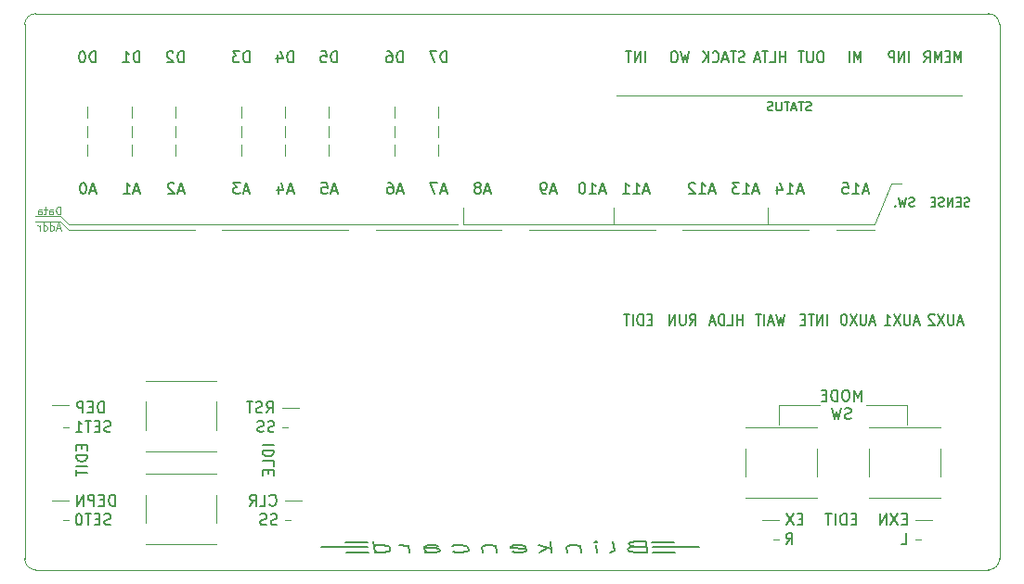
<source format=gbr>
G04 #@! TF.GenerationSoftware,KiCad,Pcbnew,5.1.4-3.fc30*
G04 #@! TF.CreationDate,2019-11-18T01:19:32-06:00*
G04 #@! TF.ProjectId,blinkencard,626c696e-6b65-46e6-9361-72642e6b6963,rev?*
G04 #@! TF.SameCoordinates,Original*
G04 #@! TF.FileFunction,Legend,Bot*
G04 #@! TF.FilePolarity,Positive*
%FSLAX46Y46*%
G04 Gerber Fmt 4.6, Leading zero omitted, Abs format (unit mm)*
G04 Created by KiCad (PCBNEW 5.1.4-3.fc30) date 2019-11-18 01:19:32*
%MOMM*%
%LPD*%
G04 APERTURE LIST*
%ADD10C,0.150000*%
%ADD11C,0.120000*%
%ADD12C,0.050000*%
%ADD13C,0.125000*%
%ADD14O,2.800000X2.200000*%
%ADD15O,1.600000X2.300000*%
%ADD16C,1.850000*%
%ADD17R,1.950000X1.700000*%
G04 APERTURE END LIST*
D10*
X57250000Y-48700000D02*
X61500000Y-48700000D01*
X57200000Y-48250000D02*
X59200000Y-48250000D01*
X57300000Y-49200000D02*
X59300000Y-49200000D01*
X31350000Y-49200000D02*
X29350000Y-49200000D01*
X31250000Y-48250000D02*
X29250000Y-48250000D01*
X31300000Y-48750000D02*
X27050000Y-48750000D01*
X55713080Y-48678571D02*
X55290461Y-48726190D01*
X55153556Y-48773809D01*
X55022604Y-48869047D01*
X55040461Y-49011904D01*
X55195223Y-49107142D01*
X55344032Y-49154761D01*
X55635699Y-49202380D01*
X56778556Y-49202380D01*
X56653556Y-48202380D01*
X55653556Y-48202380D01*
X55373794Y-48250000D01*
X55236889Y-48297619D01*
X55105937Y-48392857D01*
X55117842Y-48488095D01*
X55272604Y-48583333D01*
X55421413Y-48630952D01*
X55713080Y-48678571D01*
X56713080Y-48678571D01*
X53349985Y-49202380D02*
X53629747Y-49154761D01*
X53760699Y-49059523D01*
X53653556Y-48202380D01*
X52207127Y-49202380D02*
X52123794Y-48535714D01*
X52082127Y-48202380D02*
X52230937Y-48250000D01*
X52094032Y-48297619D01*
X51945223Y-48250000D01*
X52082127Y-48202380D01*
X52094032Y-48297619D01*
X50695223Y-48535714D02*
X50778556Y-49202380D01*
X50707127Y-48630952D02*
X50558318Y-48583333D01*
X50266651Y-48535714D01*
X49838080Y-48535714D01*
X49558318Y-48583333D01*
X49427366Y-48678571D01*
X49492842Y-49202380D01*
X48064270Y-49202380D02*
X47939270Y-48202380D01*
X47730937Y-48821428D02*
X46921413Y-49202380D01*
X46838080Y-48535714D02*
X48028556Y-48916666D01*
X44486889Y-49154761D02*
X44778556Y-49202380D01*
X45349985Y-49202380D01*
X45629747Y-49154761D01*
X45760699Y-49059523D01*
X45713080Y-48678571D01*
X45558318Y-48583333D01*
X45266651Y-48535714D01*
X44695223Y-48535714D01*
X44415461Y-48583333D01*
X44284508Y-48678571D01*
X44296413Y-48773809D01*
X45736889Y-48869047D01*
X42980937Y-48535714D02*
X43064270Y-49202380D01*
X42992842Y-48630952D02*
X42844032Y-48583333D01*
X42552366Y-48535714D01*
X42123794Y-48535714D01*
X41844032Y-48583333D01*
X41713080Y-48678571D01*
X41778556Y-49202380D01*
X39058318Y-49154761D02*
X39349985Y-49202380D01*
X39921413Y-49202380D01*
X40201175Y-49154761D01*
X40338080Y-49107142D01*
X40469032Y-49011904D01*
X40433318Y-48726190D01*
X40278556Y-48630952D01*
X40129747Y-48583333D01*
X39838080Y-48535714D01*
X39266651Y-48535714D01*
X38986889Y-48583333D01*
X36492842Y-49202380D02*
X36427366Y-48678571D01*
X36558318Y-48583333D01*
X36838080Y-48535714D01*
X37409508Y-48535714D01*
X37701175Y-48583333D01*
X36486889Y-49154761D02*
X36778556Y-49202380D01*
X37492842Y-49202380D01*
X37772604Y-49154761D01*
X37903556Y-49059523D01*
X37891651Y-48964285D01*
X37736889Y-48869047D01*
X37445223Y-48821428D01*
X36730937Y-48821428D01*
X36439270Y-48773809D01*
X35064270Y-49202380D02*
X34980937Y-48535714D01*
X35004747Y-48726190D02*
X34849985Y-48630952D01*
X34701175Y-48583333D01*
X34409508Y-48535714D01*
X34123794Y-48535714D01*
X31921413Y-49202380D02*
X31796413Y-48202380D01*
X31915461Y-49154761D02*
X32207127Y-49202380D01*
X32778556Y-49202380D01*
X33058318Y-49154761D01*
X33195223Y-49107142D01*
X33326175Y-49011904D01*
X33290461Y-48726190D01*
X33135699Y-48630952D01*
X32986889Y-48583333D01*
X32695223Y-48535714D01*
X32123794Y-48535714D01*
X31844032Y-48583333D01*
D11*
X1250000Y-19000000D02*
X1000000Y-19000000D01*
X1250000Y-18500000D02*
X1000000Y-18500000D01*
D10*
X57200000Y-27928571D02*
X56900000Y-27928571D01*
X56771428Y-28452380D02*
X57200000Y-28452380D01*
X57200000Y-27452380D01*
X56771428Y-27452380D01*
X56385714Y-28452380D02*
X56385714Y-27452380D01*
X56171428Y-27452380D01*
X56042857Y-27500000D01*
X55957142Y-27595238D01*
X55914285Y-27690476D01*
X55871428Y-27880952D01*
X55871428Y-28023809D01*
X55914285Y-28214285D01*
X55957142Y-28309523D01*
X56042857Y-28404761D01*
X56171428Y-28452380D01*
X56385714Y-28452380D01*
X55485714Y-28452380D02*
X55485714Y-27452380D01*
X55185714Y-27452380D02*
X54671428Y-27452380D01*
X54928571Y-28452380D02*
X54928571Y-27452380D01*
X60664285Y-28452380D02*
X60964285Y-27976190D01*
X61178571Y-28452380D02*
X61178571Y-27452380D01*
X60835714Y-27452380D01*
X60750000Y-27500000D01*
X60707142Y-27547619D01*
X60664285Y-27642857D01*
X60664285Y-27785714D01*
X60707142Y-27880952D01*
X60750000Y-27928571D01*
X60835714Y-27976190D01*
X61178571Y-27976190D01*
X60278571Y-27452380D02*
X60278571Y-28261904D01*
X60235714Y-28357142D01*
X60192857Y-28404761D01*
X60107142Y-28452380D01*
X59935714Y-28452380D01*
X59850000Y-28404761D01*
X59807142Y-28357142D01*
X59764285Y-28261904D01*
X59764285Y-27452380D01*
X59335714Y-28452380D02*
X59335714Y-27452380D01*
X58821428Y-28452380D01*
X58821428Y-27452380D01*
X65457142Y-28452380D02*
X65457142Y-27452380D01*
X65457142Y-27928571D02*
X64942857Y-27928571D01*
X64942857Y-28452380D02*
X64942857Y-27452380D01*
X64085714Y-28452380D02*
X64514285Y-28452380D01*
X64514285Y-27452380D01*
X63785714Y-28452380D02*
X63785714Y-27452380D01*
X63571428Y-27452380D01*
X63442857Y-27500000D01*
X63357142Y-27595238D01*
X63314285Y-27690476D01*
X63271428Y-27880952D01*
X63271428Y-28023809D01*
X63314285Y-28214285D01*
X63357142Y-28309523D01*
X63442857Y-28404761D01*
X63571428Y-28452380D01*
X63785714Y-28452380D01*
X62928571Y-28166666D02*
X62500000Y-28166666D01*
X63014285Y-28452380D02*
X62714285Y-27452380D01*
X62414285Y-28452380D01*
X69328571Y-27452380D02*
X69114285Y-28452380D01*
X68942857Y-27738095D01*
X68771428Y-28452380D01*
X68557142Y-27452380D01*
X68257142Y-28166666D02*
X67828571Y-28166666D01*
X68342857Y-28452380D02*
X68042857Y-27452380D01*
X67742857Y-28452380D01*
X67442857Y-28452380D02*
X67442857Y-27452380D01*
X67142857Y-27452380D02*
X66628571Y-27452380D01*
X66885714Y-28452380D02*
X66885714Y-27452380D01*
X73221428Y-28452380D02*
X73221428Y-27452380D01*
X72792857Y-28452380D02*
X72792857Y-27452380D01*
X72278571Y-28452380D01*
X72278571Y-27452380D01*
X71978571Y-27452380D02*
X71464285Y-27452380D01*
X71721428Y-28452380D02*
X71721428Y-27452380D01*
X71164285Y-27928571D02*
X70864285Y-27928571D01*
X70735714Y-28452380D02*
X71164285Y-28452380D01*
X71164285Y-27452380D01*
X70735714Y-27452380D01*
X77542857Y-28166666D02*
X77114285Y-28166666D01*
X77628571Y-28452380D02*
X77328571Y-27452380D01*
X77028571Y-28452380D01*
X76728571Y-27452380D02*
X76728571Y-28261904D01*
X76685714Y-28357142D01*
X76642857Y-28404761D01*
X76557142Y-28452380D01*
X76385714Y-28452380D01*
X76300000Y-28404761D01*
X76257142Y-28357142D01*
X76214285Y-28261904D01*
X76214285Y-27452380D01*
X75871428Y-27452380D02*
X75271428Y-28452380D01*
X75271428Y-27452380D02*
X75871428Y-28452380D01*
X74757142Y-27452380D02*
X74671428Y-27452380D01*
X74585714Y-27500000D01*
X74542857Y-27547619D01*
X74500000Y-27642857D01*
X74457142Y-27833333D01*
X74457142Y-28071428D01*
X74500000Y-28261904D01*
X74542857Y-28357142D01*
X74585714Y-28404761D01*
X74671428Y-28452380D01*
X74757142Y-28452380D01*
X74842857Y-28404761D01*
X74885714Y-28357142D01*
X74928571Y-28261904D01*
X74971428Y-28071428D01*
X74971428Y-27833333D01*
X74928571Y-27642857D01*
X74885714Y-27547619D01*
X74842857Y-27500000D01*
X74757142Y-27452380D01*
X81542857Y-28166666D02*
X81114285Y-28166666D01*
X81628571Y-28452380D02*
X81328571Y-27452380D01*
X81028571Y-28452380D01*
X80728571Y-27452380D02*
X80728571Y-28261904D01*
X80685714Y-28357142D01*
X80642857Y-28404761D01*
X80557142Y-28452380D01*
X80385714Y-28452380D01*
X80300000Y-28404761D01*
X80257142Y-28357142D01*
X80214285Y-28261904D01*
X80214285Y-27452380D01*
X79871428Y-27452380D02*
X79271428Y-28452380D01*
X79271428Y-27452380D02*
X79871428Y-28452380D01*
X78457142Y-28452380D02*
X78971428Y-28452380D01*
X78714285Y-28452380D02*
X78714285Y-27452380D01*
X78800000Y-27595238D01*
X78885714Y-27690476D01*
X78971428Y-27738095D01*
X85542857Y-28166666D02*
X85114285Y-28166666D01*
X85628571Y-28452380D02*
X85328571Y-27452380D01*
X85028571Y-28452380D01*
X84728571Y-27452380D02*
X84728571Y-28261904D01*
X84685714Y-28357142D01*
X84642857Y-28404761D01*
X84557142Y-28452380D01*
X84385714Y-28452380D01*
X84300000Y-28404761D01*
X84257142Y-28357142D01*
X84214285Y-28261904D01*
X84214285Y-27452380D01*
X83871428Y-27452380D02*
X83271428Y-28452380D01*
X83271428Y-27452380D02*
X83871428Y-28452380D01*
X82971428Y-27547619D02*
X82928571Y-27500000D01*
X82842857Y-27452380D01*
X82628571Y-27452380D01*
X82542857Y-27500000D01*
X82500000Y-27547619D01*
X82457142Y-27642857D01*
X82457142Y-27738095D01*
X82500000Y-27880952D01*
X83014285Y-28452380D01*
X82457142Y-28452380D01*
X38488095Y-4452380D02*
X38488095Y-3452380D01*
X38250000Y-3452380D01*
X38107142Y-3500000D01*
X38011904Y-3595238D01*
X37964285Y-3690476D01*
X37916666Y-3880952D01*
X37916666Y-4023809D01*
X37964285Y-4214285D01*
X38011904Y-4309523D01*
X38107142Y-4404761D01*
X38250000Y-4452380D01*
X38488095Y-4452380D01*
X37583333Y-3452380D02*
X36916666Y-3452380D01*
X37345238Y-4452380D01*
X34488095Y-4452380D02*
X34488095Y-3452380D01*
X34250000Y-3452380D01*
X34107142Y-3500000D01*
X34011904Y-3595238D01*
X33964285Y-3690476D01*
X33916666Y-3880952D01*
X33916666Y-4023809D01*
X33964285Y-4214285D01*
X34011904Y-4309523D01*
X34107142Y-4404761D01*
X34250000Y-4452380D01*
X34488095Y-4452380D01*
X33059523Y-3452380D02*
X33250000Y-3452380D01*
X33345238Y-3500000D01*
X33392857Y-3547619D01*
X33488095Y-3690476D01*
X33535714Y-3880952D01*
X33535714Y-4261904D01*
X33488095Y-4357142D01*
X33440476Y-4404761D01*
X33345238Y-4452380D01*
X33154761Y-4452380D01*
X33059523Y-4404761D01*
X33011904Y-4357142D01*
X32964285Y-4261904D01*
X32964285Y-4023809D01*
X33011904Y-3928571D01*
X33059523Y-3880952D01*
X33154761Y-3833333D01*
X33345238Y-3833333D01*
X33440476Y-3880952D01*
X33488095Y-3928571D01*
X33535714Y-4023809D01*
X28488095Y-4452380D02*
X28488095Y-3452380D01*
X28250000Y-3452380D01*
X28107142Y-3500000D01*
X28011904Y-3595238D01*
X27964285Y-3690476D01*
X27916666Y-3880952D01*
X27916666Y-4023809D01*
X27964285Y-4214285D01*
X28011904Y-4309523D01*
X28107142Y-4404761D01*
X28250000Y-4452380D01*
X28488095Y-4452380D01*
X27011904Y-3452380D02*
X27488095Y-3452380D01*
X27535714Y-3928571D01*
X27488095Y-3880952D01*
X27392857Y-3833333D01*
X27154761Y-3833333D01*
X27059523Y-3880952D01*
X27011904Y-3928571D01*
X26964285Y-4023809D01*
X26964285Y-4261904D01*
X27011904Y-4357142D01*
X27059523Y-4404761D01*
X27154761Y-4452380D01*
X27392857Y-4452380D01*
X27488095Y-4404761D01*
X27535714Y-4357142D01*
X24488095Y-4452380D02*
X24488095Y-3452380D01*
X24250000Y-3452380D01*
X24107142Y-3500000D01*
X24011904Y-3595238D01*
X23964285Y-3690476D01*
X23916666Y-3880952D01*
X23916666Y-4023809D01*
X23964285Y-4214285D01*
X24011904Y-4309523D01*
X24107142Y-4404761D01*
X24250000Y-4452380D01*
X24488095Y-4452380D01*
X23059523Y-3785714D02*
X23059523Y-4452380D01*
X23297619Y-3404761D02*
X23535714Y-4119047D01*
X22916666Y-4119047D01*
X20488095Y-4452380D02*
X20488095Y-3452380D01*
X20250000Y-3452380D01*
X20107142Y-3500000D01*
X20011904Y-3595238D01*
X19964285Y-3690476D01*
X19916666Y-3880952D01*
X19916666Y-4023809D01*
X19964285Y-4214285D01*
X20011904Y-4309523D01*
X20107142Y-4404761D01*
X20250000Y-4452380D01*
X20488095Y-4452380D01*
X19583333Y-3452380D02*
X18964285Y-3452380D01*
X19297619Y-3833333D01*
X19154761Y-3833333D01*
X19059523Y-3880952D01*
X19011904Y-3928571D01*
X18964285Y-4023809D01*
X18964285Y-4261904D01*
X19011904Y-4357142D01*
X19059523Y-4404761D01*
X19154761Y-4452380D01*
X19440476Y-4452380D01*
X19535714Y-4404761D01*
X19583333Y-4357142D01*
X14488095Y-4452380D02*
X14488095Y-3452380D01*
X14250000Y-3452380D01*
X14107142Y-3500000D01*
X14011904Y-3595238D01*
X13964285Y-3690476D01*
X13916666Y-3880952D01*
X13916666Y-4023809D01*
X13964285Y-4214285D01*
X14011904Y-4309523D01*
X14107142Y-4404761D01*
X14250000Y-4452380D01*
X14488095Y-4452380D01*
X13535714Y-3547619D02*
X13488095Y-3500000D01*
X13392857Y-3452380D01*
X13154761Y-3452380D01*
X13059523Y-3500000D01*
X13011904Y-3547619D01*
X12964285Y-3642857D01*
X12964285Y-3738095D01*
X13011904Y-3880952D01*
X13583333Y-4452380D01*
X12964285Y-4452380D01*
X10488095Y-4452380D02*
X10488095Y-3452380D01*
X10250000Y-3452380D01*
X10107142Y-3500000D01*
X10011904Y-3595238D01*
X9964285Y-3690476D01*
X9916666Y-3880952D01*
X9916666Y-4023809D01*
X9964285Y-4214285D01*
X10011904Y-4309523D01*
X10107142Y-4404761D01*
X10250000Y-4452380D01*
X10488095Y-4452380D01*
X8964285Y-4452380D02*
X9535714Y-4452380D01*
X9250000Y-4452380D02*
X9250000Y-3452380D01*
X9345238Y-3595238D01*
X9440476Y-3690476D01*
X9535714Y-3738095D01*
X6488095Y-4452380D02*
X6488095Y-3452380D01*
X6250000Y-3452380D01*
X6107142Y-3500000D01*
X6011904Y-3595238D01*
X5964285Y-3690476D01*
X5916666Y-3880952D01*
X5916666Y-4023809D01*
X5964285Y-4214285D01*
X6011904Y-4309523D01*
X6107142Y-4404761D01*
X6250000Y-4452380D01*
X6488095Y-4452380D01*
X5297619Y-3452380D02*
X5202380Y-3452380D01*
X5107142Y-3500000D01*
X5059523Y-3547619D01*
X5011904Y-3642857D01*
X4964285Y-3833333D01*
X4964285Y-4071428D01*
X5011904Y-4261904D01*
X5059523Y-4357142D01*
X5107142Y-4404761D01*
X5202380Y-4452380D01*
X5297619Y-4452380D01*
X5392857Y-4404761D01*
X5440476Y-4357142D01*
X5488095Y-4261904D01*
X5535714Y-4071428D01*
X5535714Y-3833333D01*
X5488095Y-3642857D01*
X5440476Y-3547619D01*
X5392857Y-3500000D01*
X5297619Y-3452380D01*
X6464285Y-16166666D02*
X5988095Y-16166666D01*
X6559523Y-16452380D02*
X6226190Y-15452380D01*
X5892857Y-16452380D01*
X5369047Y-15452380D02*
X5273809Y-15452380D01*
X5178571Y-15500000D01*
X5130952Y-15547619D01*
X5083333Y-15642857D01*
X5035714Y-15833333D01*
X5035714Y-16071428D01*
X5083333Y-16261904D01*
X5130952Y-16357142D01*
X5178571Y-16404761D01*
X5273809Y-16452380D01*
X5369047Y-16452380D01*
X5464285Y-16404761D01*
X5511904Y-16357142D01*
X5559523Y-16261904D01*
X5607142Y-16071428D01*
X5607142Y-15833333D01*
X5559523Y-15642857D01*
X5511904Y-15547619D01*
X5464285Y-15500000D01*
X5369047Y-15452380D01*
X10464285Y-16166666D02*
X9988095Y-16166666D01*
X10559523Y-16452380D02*
X10226190Y-15452380D01*
X9892857Y-16452380D01*
X9035714Y-16452380D02*
X9607142Y-16452380D01*
X9321428Y-16452380D02*
X9321428Y-15452380D01*
X9416666Y-15595238D01*
X9511904Y-15690476D01*
X9607142Y-15738095D01*
X14464285Y-16166666D02*
X13988095Y-16166666D01*
X14559523Y-16452380D02*
X14226190Y-15452380D01*
X13892857Y-16452380D01*
X13607142Y-15547619D02*
X13559523Y-15500000D01*
X13464285Y-15452380D01*
X13226190Y-15452380D01*
X13130952Y-15500000D01*
X13083333Y-15547619D01*
X13035714Y-15642857D01*
X13035714Y-15738095D01*
X13083333Y-15880952D01*
X13654761Y-16452380D01*
X13035714Y-16452380D01*
X20464285Y-16166666D02*
X19988095Y-16166666D01*
X20559523Y-16452380D02*
X20226190Y-15452380D01*
X19892857Y-16452380D01*
X19654761Y-15452380D02*
X19035714Y-15452380D01*
X19369047Y-15833333D01*
X19226190Y-15833333D01*
X19130952Y-15880952D01*
X19083333Y-15928571D01*
X19035714Y-16023809D01*
X19035714Y-16261904D01*
X19083333Y-16357142D01*
X19130952Y-16404761D01*
X19226190Y-16452380D01*
X19511904Y-16452380D01*
X19607142Y-16404761D01*
X19654761Y-16357142D01*
X24464285Y-16166666D02*
X23988095Y-16166666D01*
X24559523Y-16452380D02*
X24226190Y-15452380D01*
X23892857Y-16452380D01*
X23130952Y-15785714D02*
X23130952Y-16452380D01*
X23369047Y-15404761D02*
X23607142Y-16119047D01*
X22988095Y-16119047D01*
X28464285Y-16166666D02*
X27988095Y-16166666D01*
X28559523Y-16452380D02*
X28226190Y-15452380D01*
X27892857Y-16452380D01*
X27083333Y-15452380D02*
X27559523Y-15452380D01*
X27607142Y-15928571D01*
X27559523Y-15880952D01*
X27464285Y-15833333D01*
X27226190Y-15833333D01*
X27130952Y-15880952D01*
X27083333Y-15928571D01*
X27035714Y-16023809D01*
X27035714Y-16261904D01*
X27083333Y-16357142D01*
X27130952Y-16404761D01*
X27226190Y-16452380D01*
X27464285Y-16452380D01*
X27559523Y-16404761D01*
X27607142Y-16357142D01*
X34464285Y-16166666D02*
X33988095Y-16166666D01*
X34559523Y-16452380D02*
X34226190Y-15452380D01*
X33892857Y-16452380D01*
X33130952Y-15452380D02*
X33321428Y-15452380D01*
X33416666Y-15500000D01*
X33464285Y-15547619D01*
X33559523Y-15690476D01*
X33607142Y-15880952D01*
X33607142Y-16261904D01*
X33559523Y-16357142D01*
X33511904Y-16404761D01*
X33416666Y-16452380D01*
X33226190Y-16452380D01*
X33130952Y-16404761D01*
X33083333Y-16357142D01*
X33035714Y-16261904D01*
X33035714Y-16023809D01*
X33083333Y-15928571D01*
X33130952Y-15880952D01*
X33226190Y-15833333D01*
X33416666Y-15833333D01*
X33511904Y-15880952D01*
X33559523Y-15928571D01*
X33607142Y-16023809D01*
X38464285Y-16166666D02*
X37988095Y-16166666D01*
X38559523Y-16452380D02*
X38226190Y-15452380D01*
X37892857Y-16452380D01*
X37654761Y-15452380D02*
X36988095Y-15452380D01*
X37416666Y-16452380D01*
X42464285Y-16166666D02*
X41988095Y-16166666D01*
X42559523Y-16452380D02*
X42226190Y-15452380D01*
X41892857Y-16452380D01*
X41416666Y-15880952D02*
X41511904Y-15833333D01*
X41559523Y-15785714D01*
X41607142Y-15690476D01*
X41607142Y-15642857D01*
X41559523Y-15547619D01*
X41511904Y-15500000D01*
X41416666Y-15452380D01*
X41226190Y-15452380D01*
X41130952Y-15500000D01*
X41083333Y-15547619D01*
X41035714Y-15642857D01*
X41035714Y-15690476D01*
X41083333Y-15785714D01*
X41130952Y-15833333D01*
X41226190Y-15880952D01*
X41416666Y-15880952D01*
X41511904Y-15928571D01*
X41559523Y-15976190D01*
X41607142Y-16071428D01*
X41607142Y-16261904D01*
X41559523Y-16357142D01*
X41511904Y-16404761D01*
X41416666Y-16452380D01*
X41226190Y-16452380D01*
X41130952Y-16404761D01*
X41083333Y-16357142D01*
X41035714Y-16261904D01*
X41035714Y-16071428D01*
X41083333Y-15976190D01*
X41130952Y-15928571D01*
X41226190Y-15880952D01*
X76940476Y-16166666D02*
X76464285Y-16166666D01*
X77035714Y-16452380D02*
X76702380Y-15452380D01*
X76369047Y-16452380D01*
X75511904Y-16452380D02*
X76083333Y-16452380D01*
X75797619Y-16452380D02*
X75797619Y-15452380D01*
X75892857Y-15595238D01*
X75988095Y-15690476D01*
X76083333Y-15738095D01*
X74607142Y-15452380D02*
X75083333Y-15452380D01*
X75130952Y-15928571D01*
X75083333Y-15880952D01*
X74988095Y-15833333D01*
X74750000Y-15833333D01*
X74654761Y-15880952D01*
X74607142Y-15928571D01*
X74559523Y-16023809D01*
X74559523Y-16261904D01*
X74607142Y-16357142D01*
X74654761Y-16404761D01*
X74750000Y-16452380D01*
X74988095Y-16452380D01*
X75083333Y-16404761D01*
X75130952Y-16357142D01*
X48464285Y-16166666D02*
X47988095Y-16166666D01*
X48559523Y-16452380D02*
X48226190Y-15452380D01*
X47892857Y-16452380D01*
X47511904Y-16452380D02*
X47321428Y-16452380D01*
X47226190Y-16404761D01*
X47178571Y-16357142D01*
X47083333Y-16214285D01*
X47035714Y-16023809D01*
X47035714Y-15642857D01*
X47083333Y-15547619D01*
X47130952Y-15500000D01*
X47226190Y-15452380D01*
X47416666Y-15452380D01*
X47511904Y-15500000D01*
X47559523Y-15547619D01*
X47607142Y-15642857D01*
X47607142Y-15880952D01*
X47559523Y-15976190D01*
X47511904Y-16023809D01*
X47416666Y-16071428D01*
X47226190Y-16071428D01*
X47130952Y-16023809D01*
X47083333Y-15976190D01*
X47035714Y-15880952D01*
X52940476Y-16166666D02*
X52464285Y-16166666D01*
X53035714Y-16452380D02*
X52702380Y-15452380D01*
X52369047Y-16452380D01*
X51511904Y-16452380D02*
X52083333Y-16452380D01*
X51797619Y-16452380D02*
X51797619Y-15452380D01*
X51892857Y-15595238D01*
X51988095Y-15690476D01*
X52083333Y-15738095D01*
X50892857Y-15452380D02*
X50797619Y-15452380D01*
X50702380Y-15500000D01*
X50654761Y-15547619D01*
X50607142Y-15642857D01*
X50559523Y-15833333D01*
X50559523Y-16071428D01*
X50607142Y-16261904D01*
X50654761Y-16357142D01*
X50702380Y-16404761D01*
X50797619Y-16452380D01*
X50892857Y-16452380D01*
X50988095Y-16404761D01*
X51035714Y-16357142D01*
X51083333Y-16261904D01*
X51130952Y-16071428D01*
X51130952Y-15833333D01*
X51083333Y-15642857D01*
X51035714Y-15547619D01*
X50988095Y-15500000D01*
X50892857Y-15452380D01*
X56940476Y-16166666D02*
X56464285Y-16166666D01*
X57035714Y-16452380D02*
X56702380Y-15452380D01*
X56369047Y-16452380D01*
X55511904Y-16452380D02*
X56083333Y-16452380D01*
X55797619Y-16452380D02*
X55797619Y-15452380D01*
X55892857Y-15595238D01*
X55988095Y-15690476D01*
X56083333Y-15738095D01*
X54559523Y-16452380D02*
X55130952Y-16452380D01*
X54845238Y-16452380D02*
X54845238Y-15452380D01*
X54940476Y-15595238D01*
X55035714Y-15690476D01*
X55130952Y-15738095D01*
X62940476Y-16166666D02*
X62464285Y-16166666D01*
X63035714Y-16452380D02*
X62702380Y-15452380D01*
X62369047Y-16452380D01*
X61511904Y-16452380D02*
X62083333Y-16452380D01*
X61797619Y-16452380D02*
X61797619Y-15452380D01*
X61892857Y-15595238D01*
X61988095Y-15690476D01*
X62083333Y-15738095D01*
X61130952Y-15547619D02*
X61083333Y-15500000D01*
X60988095Y-15452380D01*
X60750000Y-15452380D01*
X60654761Y-15500000D01*
X60607142Y-15547619D01*
X60559523Y-15642857D01*
X60559523Y-15738095D01*
X60607142Y-15880952D01*
X61178571Y-16452380D01*
X60559523Y-16452380D01*
X70940476Y-16166666D02*
X70464285Y-16166666D01*
X71035714Y-16452380D02*
X70702380Y-15452380D01*
X70369047Y-16452380D01*
X69511904Y-16452380D02*
X70083333Y-16452380D01*
X69797619Y-16452380D02*
X69797619Y-15452380D01*
X69892857Y-15595238D01*
X69988095Y-15690476D01*
X70083333Y-15738095D01*
X68654761Y-15785714D02*
X68654761Y-16452380D01*
X68892857Y-15404761D02*
X69130952Y-16119047D01*
X68511904Y-16119047D01*
X66940476Y-16166666D02*
X66464285Y-16166666D01*
X67035714Y-16452380D02*
X66702380Y-15452380D01*
X66369047Y-16452380D01*
X65511904Y-16452380D02*
X66083333Y-16452380D01*
X65797619Y-16452380D02*
X65797619Y-15452380D01*
X65892857Y-15595238D01*
X65988095Y-15690476D01*
X66083333Y-15738095D01*
X65178571Y-15452380D02*
X64559523Y-15452380D01*
X64892857Y-15833333D01*
X64750000Y-15833333D01*
X64654761Y-15880952D01*
X64607142Y-15928571D01*
X64559523Y-16023809D01*
X64559523Y-16261904D01*
X64607142Y-16357142D01*
X64654761Y-16404761D01*
X64750000Y-16452380D01*
X65035714Y-16452380D01*
X65130952Y-16404761D01*
X65178571Y-16357142D01*
X56564285Y-4452380D02*
X56564285Y-3452380D01*
X56135714Y-4452380D02*
X56135714Y-3452380D01*
X55621428Y-4452380D01*
X55621428Y-3452380D01*
X55321428Y-3452380D02*
X54807142Y-3452380D01*
X55064285Y-4452380D02*
X55064285Y-3452380D01*
X60607142Y-3452380D02*
X60392857Y-4452380D01*
X60221428Y-3738095D01*
X60050000Y-4452380D01*
X59835714Y-3452380D01*
X59321428Y-3452380D02*
X59150000Y-3452380D01*
X59064285Y-3500000D01*
X58978571Y-3595238D01*
X58935714Y-3785714D01*
X58935714Y-4119047D01*
X58978571Y-4309523D01*
X59064285Y-4404761D01*
X59150000Y-4452380D01*
X59321428Y-4452380D01*
X59407142Y-4404761D01*
X59492857Y-4309523D01*
X59535714Y-4119047D01*
X59535714Y-3785714D01*
X59492857Y-3595238D01*
X59407142Y-3500000D01*
X59321428Y-3452380D01*
X65635714Y-4404761D02*
X65507142Y-4452380D01*
X65292857Y-4452380D01*
X65207142Y-4404761D01*
X65164285Y-4357142D01*
X65121428Y-4261904D01*
X65121428Y-4166666D01*
X65164285Y-4071428D01*
X65207142Y-4023809D01*
X65292857Y-3976190D01*
X65464285Y-3928571D01*
X65550000Y-3880952D01*
X65592857Y-3833333D01*
X65635714Y-3738095D01*
X65635714Y-3642857D01*
X65592857Y-3547619D01*
X65550000Y-3500000D01*
X65464285Y-3452380D01*
X65250000Y-3452380D01*
X65121428Y-3500000D01*
X64864285Y-3452380D02*
X64350000Y-3452380D01*
X64607142Y-4452380D02*
X64607142Y-3452380D01*
X64092857Y-4166666D02*
X63664285Y-4166666D01*
X64178571Y-4452380D02*
X63878571Y-3452380D01*
X63578571Y-4452380D01*
X62764285Y-4357142D02*
X62807142Y-4404761D01*
X62935714Y-4452380D01*
X63021428Y-4452380D01*
X63150000Y-4404761D01*
X63235714Y-4309523D01*
X63278571Y-4214285D01*
X63321428Y-4023809D01*
X63321428Y-3880952D01*
X63278571Y-3690476D01*
X63235714Y-3595238D01*
X63150000Y-3500000D01*
X63021428Y-3452380D01*
X62935714Y-3452380D01*
X62807142Y-3500000D01*
X62764285Y-3547619D01*
X62378571Y-4452380D02*
X62378571Y-3452380D01*
X61864285Y-4452380D02*
X62250000Y-3880952D01*
X61864285Y-3452380D02*
X62378571Y-4023809D01*
X69350000Y-4452380D02*
X69350000Y-3452380D01*
X69350000Y-3928571D02*
X68835714Y-3928571D01*
X68835714Y-4452380D02*
X68835714Y-3452380D01*
X67978571Y-4452380D02*
X68407142Y-4452380D01*
X68407142Y-3452380D01*
X67807142Y-3452380D02*
X67292857Y-3452380D01*
X67550000Y-4452380D02*
X67550000Y-3452380D01*
X67035714Y-4166666D02*
X66607142Y-4166666D01*
X67121428Y-4452380D02*
X66821428Y-3452380D01*
X66521428Y-4452380D01*
X72650000Y-3452380D02*
X72478571Y-3452380D01*
X72392857Y-3500000D01*
X72307142Y-3595238D01*
X72264285Y-3785714D01*
X72264285Y-4119047D01*
X72307142Y-4309523D01*
X72392857Y-4404761D01*
X72478571Y-4452380D01*
X72650000Y-4452380D01*
X72735714Y-4404761D01*
X72821428Y-4309523D01*
X72864285Y-4119047D01*
X72864285Y-3785714D01*
X72821428Y-3595238D01*
X72735714Y-3500000D01*
X72650000Y-3452380D01*
X71878571Y-3452380D02*
X71878571Y-4261904D01*
X71835714Y-4357142D01*
X71792857Y-4404761D01*
X71707142Y-4452380D01*
X71535714Y-4452380D01*
X71450000Y-4404761D01*
X71407142Y-4357142D01*
X71364285Y-4261904D01*
X71364285Y-3452380D01*
X71064285Y-3452380D02*
X70550000Y-3452380D01*
X70807142Y-4452380D02*
X70807142Y-3452380D01*
X76264285Y-4452380D02*
X76264285Y-3452380D01*
X75964285Y-4166666D01*
X75664285Y-3452380D01*
X75664285Y-4452380D01*
X75235714Y-4452380D02*
X75235714Y-3452380D01*
X80671428Y-4452380D02*
X80671428Y-3452380D01*
X80242857Y-4452380D02*
X80242857Y-3452380D01*
X79728571Y-4452380D01*
X79728571Y-3452380D01*
X79300000Y-4452380D02*
X79300000Y-3452380D01*
X78957142Y-3452380D01*
X78871428Y-3500000D01*
X78828571Y-3547619D01*
X78785714Y-3642857D01*
X78785714Y-3785714D01*
X78828571Y-3880952D01*
X78871428Y-3928571D01*
X78957142Y-3976190D01*
X79300000Y-3976190D01*
X85421428Y-4452380D02*
X85421428Y-3452380D01*
X85121428Y-4166666D01*
X84821428Y-3452380D01*
X84821428Y-4452380D01*
X84392857Y-3928571D02*
X84092857Y-3928571D01*
X83964285Y-4452380D02*
X84392857Y-4452380D01*
X84392857Y-3452380D01*
X83964285Y-3452380D01*
X83578571Y-4452380D02*
X83578571Y-3452380D01*
X83278571Y-4166666D01*
X82978571Y-3452380D01*
X82978571Y-4452380D01*
X82035714Y-4452380D02*
X82335714Y-3976190D01*
X82550000Y-4452380D02*
X82550000Y-3452380D01*
X82207142Y-3452380D01*
X82121428Y-3500000D01*
X82078571Y-3547619D01*
X82035714Y-3642857D01*
X82035714Y-3785714D01*
X82078571Y-3880952D01*
X82121428Y-3928571D01*
X82207142Y-3976190D01*
X82550000Y-3976190D01*
D12*
X1000000Y-50800000D02*
G75*
G02X0Y-49800000I0J1000000D01*
G01*
X88900000Y-49800000D02*
G75*
G02X87900000Y-50800000I-1000000J0D01*
G01*
X87900000Y0D02*
G75*
G02X88900000Y-1000000I0J-1000000D01*
G01*
X0Y-1000000D02*
G75*
G02X1000000Y0I1000000J0D01*
G01*
D11*
X68750000Y-35750000D02*
X68750000Y-37500000D01*
X72500000Y-35750000D02*
X68750000Y-35750000D01*
X80500000Y-35750000D02*
X80500000Y-37500000D01*
X76750000Y-35750000D02*
X80500000Y-35750000D01*
D10*
X76309523Y-35377380D02*
X76309523Y-34377380D01*
X75976190Y-35091666D01*
X75642857Y-34377380D01*
X75642857Y-35377380D01*
X74976190Y-34377380D02*
X74785714Y-34377380D01*
X74690476Y-34425000D01*
X74595238Y-34520238D01*
X74547619Y-34710714D01*
X74547619Y-35044047D01*
X74595238Y-35234523D01*
X74690476Y-35329761D01*
X74785714Y-35377380D01*
X74976190Y-35377380D01*
X75071428Y-35329761D01*
X75166666Y-35234523D01*
X75214285Y-35044047D01*
X75214285Y-34710714D01*
X75166666Y-34520238D01*
X75071428Y-34425000D01*
X74976190Y-34377380D01*
X74119047Y-35377380D02*
X74119047Y-34377380D01*
X73880952Y-34377380D01*
X73738095Y-34425000D01*
X73642857Y-34520238D01*
X73595238Y-34615476D01*
X73547619Y-34805952D01*
X73547619Y-34948809D01*
X73595238Y-35139285D01*
X73642857Y-35234523D01*
X73738095Y-35329761D01*
X73880952Y-35377380D01*
X74119047Y-35377380D01*
X73119047Y-34853571D02*
X72785714Y-34853571D01*
X72642857Y-35377380D02*
X73119047Y-35377380D01*
X73119047Y-34377380D01*
X72642857Y-34377380D01*
X75357142Y-36979761D02*
X75214285Y-37027380D01*
X74976190Y-37027380D01*
X74880952Y-36979761D01*
X74833333Y-36932142D01*
X74785714Y-36836904D01*
X74785714Y-36741666D01*
X74833333Y-36646428D01*
X74880952Y-36598809D01*
X74976190Y-36551190D01*
X75166666Y-36503571D01*
X75261904Y-36455952D01*
X75309523Y-36408333D01*
X75357142Y-36313095D01*
X75357142Y-36217857D01*
X75309523Y-36122619D01*
X75261904Y-36075000D01*
X75166666Y-36027380D01*
X74928571Y-36027380D01*
X74785714Y-36075000D01*
X74452380Y-36027380D02*
X74214285Y-37027380D01*
X74023809Y-36313095D01*
X73833333Y-37027380D01*
X73595238Y-36027380D01*
X75833333Y-46178571D02*
X75500000Y-46178571D01*
X75357142Y-46702380D02*
X75833333Y-46702380D01*
X75833333Y-45702380D01*
X75357142Y-45702380D01*
X74928571Y-46702380D02*
X74928571Y-45702380D01*
X74690476Y-45702380D01*
X74547619Y-45750000D01*
X74452380Y-45845238D01*
X74404761Y-45940476D01*
X74357142Y-46130952D01*
X74357142Y-46273809D01*
X74404761Y-46464285D01*
X74452380Y-46559523D01*
X74547619Y-46654761D01*
X74690476Y-46702380D01*
X74928571Y-46702380D01*
X73928571Y-46702380D02*
X73928571Y-45702380D01*
X73595238Y-45702380D02*
X73023809Y-45702380D01*
X73309523Y-46702380D02*
X73309523Y-45702380D01*
X80464285Y-46178571D02*
X80130952Y-46178571D01*
X79988095Y-46702380D02*
X80464285Y-46702380D01*
X80464285Y-45702380D01*
X79988095Y-45702380D01*
X79654761Y-45702380D02*
X78988095Y-46702380D01*
X78988095Y-45702380D02*
X79654761Y-46702380D01*
X78607142Y-46702380D02*
X78607142Y-45702380D01*
X78035714Y-46702380D01*
X78035714Y-45702380D01*
D11*
X81250000Y-48000000D02*
X81750000Y-48000000D01*
D10*
X79940476Y-48452380D02*
X80416666Y-48452380D01*
X80416666Y-47452380D01*
D11*
X81250000Y-46250000D02*
X82750000Y-46250000D01*
D10*
X69440476Y-48452380D02*
X69773809Y-47976190D01*
X70011904Y-48452380D02*
X70011904Y-47452380D01*
X69630952Y-47452380D01*
X69535714Y-47500000D01*
X69488095Y-47547619D01*
X69440476Y-47642857D01*
X69440476Y-47785714D01*
X69488095Y-47880952D01*
X69535714Y-47928571D01*
X69630952Y-47976190D01*
X70011904Y-47976190D01*
D11*
X68250000Y-48000000D02*
X68750000Y-48000000D01*
X67250000Y-46250000D02*
X68750000Y-46250000D01*
D10*
X70940476Y-46178571D02*
X70607142Y-46178571D01*
X70464285Y-46702380D02*
X70940476Y-46702380D01*
X70940476Y-45702380D01*
X70464285Y-45702380D01*
X70130952Y-45702380D02*
X69464285Y-46702380D01*
X69464285Y-45702380D02*
X70130952Y-46702380D01*
X22702380Y-39392857D02*
X21702380Y-39392857D01*
X22702380Y-39869047D02*
X21702380Y-39869047D01*
X21702380Y-40107142D01*
X21750000Y-40250000D01*
X21845238Y-40345238D01*
X21940476Y-40392857D01*
X22130952Y-40440476D01*
X22273809Y-40440476D01*
X22464285Y-40392857D01*
X22559523Y-40345238D01*
X22654761Y-40250000D01*
X22702380Y-40107142D01*
X22702380Y-39869047D01*
X22702380Y-41345238D02*
X22702380Y-40869047D01*
X21702380Y-40869047D01*
X22178571Y-41678571D02*
X22178571Y-42011904D01*
X22702380Y-42154761D02*
X22702380Y-41678571D01*
X21702380Y-41678571D01*
X21702380Y-42154761D01*
X5178571Y-39416666D02*
X5178571Y-39750000D01*
X5702380Y-39892857D02*
X5702380Y-39416666D01*
X4702380Y-39416666D01*
X4702380Y-39892857D01*
X5702380Y-40321428D02*
X4702380Y-40321428D01*
X4702380Y-40559523D01*
X4750000Y-40702380D01*
X4845238Y-40797619D01*
X4940476Y-40845238D01*
X5130952Y-40892857D01*
X5273809Y-40892857D01*
X5464285Y-40845238D01*
X5559523Y-40797619D01*
X5654761Y-40702380D01*
X5702380Y-40559523D01*
X5702380Y-40321428D01*
X5702380Y-41321428D02*
X4702380Y-41321428D01*
X4702380Y-41654761D02*
X4702380Y-42226190D01*
X5702380Y-41940476D02*
X4702380Y-41940476D01*
X23011904Y-46654761D02*
X22869047Y-46702380D01*
X22630952Y-46702380D01*
X22535714Y-46654761D01*
X22488095Y-46607142D01*
X22440476Y-46511904D01*
X22440476Y-46416666D01*
X22488095Y-46321428D01*
X22535714Y-46273809D01*
X22630952Y-46226190D01*
X22821428Y-46178571D01*
X22916666Y-46130952D01*
X22964285Y-46083333D01*
X23011904Y-45988095D01*
X23011904Y-45892857D01*
X22964285Y-45797619D01*
X22916666Y-45750000D01*
X22821428Y-45702380D01*
X22583333Y-45702380D01*
X22440476Y-45750000D01*
X22059523Y-46654761D02*
X21916666Y-46702380D01*
X21678571Y-46702380D01*
X21583333Y-46654761D01*
X21535714Y-46607142D01*
X21488095Y-46511904D01*
X21488095Y-46416666D01*
X21535714Y-46321428D01*
X21583333Y-46273809D01*
X21678571Y-46226190D01*
X21869047Y-46178571D01*
X21964285Y-46130952D01*
X22011904Y-46083333D01*
X22059523Y-45988095D01*
X22059523Y-45892857D01*
X22011904Y-45797619D01*
X21964285Y-45750000D01*
X21869047Y-45702380D01*
X21630952Y-45702380D01*
X21488095Y-45750000D01*
X22345238Y-44857142D02*
X22392857Y-44904761D01*
X22535714Y-44952380D01*
X22630952Y-44952380D01*
X22773809Y-44904761D01*
X22869047Y-44809523D01*
X22916666Y-44714285D01*
X22964285Y-44523809D01*
X22964285Y-44380952D01*
X22916666Y-44190476D01*
X22869047Y-44095238D01*
X22773809Y-44000000D01*
X22630952Y-43952380D01*
X22535714Y-43952380D01*
X22392857Y-44000000D01*
X22345238Y-44047619D01*
X21440476Y-44952380D02*
X21916666Y-44952380D01*
X21916666Y-43952380D01*
X20535714Y-44952380D02*
X20869047Y-44476190D01*
X21107142Y-44952380D02*
X21107142Y-43952380D01*
X20726190Y-43952380D01*
X20630952Y-44000000D01*
X20583333Y-44047619D01*
X20535714Y-44142857D01*
X20535714Y-44285714D01*
X20583333Y-44380952D01*
X20630952Y-44428571D01*
X20726190Y-44476190D01*
X21107142Y-44476190D01*
X7845238Y-46654761D02*
X7702380Y-46702380D01*
X7464285Y-46702380D01*
X7369047Y-46654761D01*
X7321428Y-46607142D01*
X7273809Y-46511904D01*
X7273809Y-46416666D01*
X7321428Y-46321428D01*
X7369047Y-46273809D01*
X7464285Y-46226190D01*
X7654761Y-46178571D01*
X7750000Y-46130952D01*
X7797619Y-46083333D01*
X7845238Y-45988095D01*
X7845238Y-45892857D01*
X7797619Y-45797619D01*
X7750000Y-45750000D01*
X7654761Y-45702380D01*
X7416666Y-45702380D01*
X7273809Y-45750000D01*
X6845238Y-46178571D02*
X6511904Y-46178571D01*
X6369047Y-46702380D02*
X6845238Y-46702380D01*
X6845238Y-45702380D01*
X6369047Y-45702380D01*
X6083333Y-45702380D02*
X5511904Y-45702380D01*
X5797619Y-46702380D02*
X5797619Y-45702380D01*
X4988095Y-45702380D02*
X4892857Y-45702380D01*
X4797619Y-45750000D01*
X4750000Y-45797619D01*
X4702380Y-45892857D01*
X4654761Y-46083333D01*
X4654761Y-46321428D01*
X4702380Y-46511904D01*
X4750000Y-46607142D01*
X4797619Y-46654761D01*
X4892857Y-46702380D01*
X4988095Y-46702380D01*
X5083333Y-46654761D01*
X5130952Y-46607142D01*
X5178571Y-46511904D01*
X5226190Y-46321428D01*
X5226190Y-46083333D01*
X5178571Y-45892857D01*
X5130952Y-45797619D01*
X5083333Y-45750000D01*
X4988095Y-45702380D01*
D11*
X23750000Y-46250000D02*
X24250000Y-46250000D01*
X3500000Y-46250000D02*
X4000000Y-46250000D01*
X2500000Y-44500000D02*
X4000000Y-44500000D01*
X23750000Y-44500000D02*
X25250000Y-44500000D01*
D10*
X8238095Y-44952380D02*
X8238095Y-43952380D01*
X8000000Y-43952380D01*
X7857142Y-44000000D01*
X7761904Y-44095238D01*
X7714285Y-44190476D01*
X7666666Y-44380952D01*
X7666666Y-44523809D01*
X7714285Y-44714285D01*
X7761904Y-44809523D01*
X7857142Y-44904761D01*
X8000000Y-44952380D01*
X8238095Y-44952380D01*
X7238095Y-44428571D02*
X6904761Y-44428571D01*
X6761904Y-44952380D02*
X7238095Y-44952380D01*
X7238095Y-43952380D01*
X6761904Y-43952380D01*
X6333333Y-44952380D02*
X6333333Y-43952380D01*
X5952380Y-43952380D01*
X5857142Y-44000000D01*
X5809523Y-44047619D01*
X5761904Y-44142857D01*
X5761904Y-44285714D01*
X5809523Y-44380952D01*
X5857142Y-44428571D01*
X5952380Y-44476190D01*
X6333333Y-44476190D01*
X5333333Y-44952380D02*
X5333333Y-43952380D01*
X4761904Y-44952380D01*
X4761904Y-43952380D01*
X22761904Y-38154761D02*
X22619047Y-38202380D01*
X22380952Y-38202380D01*
X22285714Y-38154761D01*
X22238095Y-38107142D01*
X22190476Y-38011904D01*
X22190476Y-37916666D01*
X22238095Y-37821428D01*
X22285714Y-37773809D01*
X22380952Y-37726190D01*
X22571428Y-37678571D01*
X22666666Y-37630952D01*
X22714285Y-37583333D01*
X22761904Y-37488095D01*
X22761904Y-37392857D01*
X22714285Y-37297619D01*
X22666666Y-37250000D01*
X22571428Y-37202380D01*
X22333333Y-37202380D01*
X22190476Y-37250000D01*
X21809523Y-38154761D02*
X21666666Y-38202380D01*
X21428571Y-38202380D01*
X21333333Y-38154761D01*
X21285714Y-38107142D01*
X21238095Y-38011904D01*
X21238095Y-37916666D01*
X21285714Y-37821428D01*
X21333333Y-37773809D01*
X21428571Y-37726190D01*
X21619047Y-37678571D01*
X21714285Y-37630952D01*
X21761904Y-37583333D01*
X21809523Y-37488095D01*
X21809523Y-37392857D01*
X21761904Y-37297619D01*
X21714285Y-37250000D01*
X21619047Y-37202380D01*
X21380952Y-37202380D01*
X21238095Y-37250000D01*
D11*
X23500000Y-37750000D02*
X24000000Y-37750000D01*
X25000000Y-36000000D02*
X23500000Y-36000000D01*
D10*
X22047619Y-36452380D02*
X22380952Y-35976190D01*
X22619047Y-36452380D02*
X22619047Y-35452380D01*
X22238095Y-35452380D01*
X22142857Y-35500000D01*
X22095238Y-35547619D01*
X22047619Y-35642857D01*
X22047619Y-35785714D01*
X22095238Y-35880952D01*
X22142857Y-35928571D01*
X22238095Y-35976190D01*
X22619047Y-35976190D01*
X21666666Y-36404761D02*
X21523809Y-36452380D01*
X21285714Y-36452380D01*
X21190476Y-36404761D01*
X21142857Y-36357142D01*
X21095238Y-36261904D01*
X21095238Y-36166666D01*
X21142857Y-36071428D01*
X21190476Y-36023809D01*
X21285714Y-35976190D01*
X21476190Y-35928571D01*
X21571428Y-35880952D01*
X21619047Y-35833333D01*
X21666666Y-35738095D01*
X21666666Y-35642857D01*
X21619047Y-35547619D01*
X21571428Y-35500000D01*
X21476190Y-35452380D01*
X21238095Y-35452380D01*
X21095238Y-35500000D01*
X20809523Y-35452380D02*
X20238095Y-35452380D01*
X20523809Y-36452380D02*
X20523809Y-35452380D01*
D11*
X3500000Y-37750000D02*
X4000000Y-37750000D01*
X2500000Y-35750000D02*
X4000000Y-35750000D01*
D10*
X7845238Y-38154761D02*
X7702380Y-38202380D01*
X7464285Y-38202380D01*
X7369047Y-38154761D01*
X7321428Y-38107142D01*
X7273809Y-38011904D01*
X7273809Y-37916666D01*
X7321428Y-37821428D01*
X7369047Y-37773809D01*
X7464285Y-37726190D01*
X7654761Y-37678571D01*
X7750000Y-37630952D01*
X7797619Y-37583333D01*
X7845238Y-37488095D01*
X7845238Y-37392857D01*
X7797619Y-37297619D01*
X7750000Y-37250000D01*
X7654761Y-37202380D01*
X7416666Y-37202380D01*
X7273809Y-37250000D01*
X6845238Y-37678571D02*
X6511904Y-37678571D01*
X6369047Y-38202380D02*
X6845238Y-38202380D01*
X6845238Y-37202380D01*
X6369047Y-37202380D01*
X6083333Y-37202380D02*
X5511904Y-37202380D01*
X5797619Y-38202380D02*
X5797619Y-37202380D01*
X4654761Y-38202380D02*
X5226190Y-38202380D01*
X4940476Y-38202380D02*
X4940476Y-37202380D01*
X5035714Y-37345238D01*
X5130952Y-37440476D01*
X5226190Y-37488095D01*
X7214285Y-36452380D02*
X7214285Y-35452380D01*
X6976190Y-35452380D01*
X6833333Y-35500000D01*
X6738095Y-35595238D01*
X6690476Y-35690476D01*
X6642857Y-35880952D01*
X6642857Y-36023809D01*
X6690476Y-36214285D01*
X6738095Y-36309523D01*
X6833333Y-36404761D01*
X6976190Y-36452380D01*
X7214285Y-36452380D01*
X6214285Y-35928571D02*
X5880952Y-35928571D01*
X5738095Y-36452380D02*
X6214285Y-36452380D01*
X6214285Y-35452380D01*
X5738095Y-35452380D01*
X5309523Y-36452380D02*
X5309523Y-35452380D01*
X4928571Y-35452380D01*
X4833333Y-35500000D01*
X4785714Y-35547619D01*
X4738095Y-35642857D01*
X4738095Y-35785714D01*
X4785714Y-35880952D01*
X4833333Y-35928571D01*
X4928571Y-35976190D01*
X5309523Y-35976190D01*
D13*
X3266666Y-19616666D02*
X2933333Y-19616666D01*
X3333333Y-19816666D02*
X3100000Y-19116666D01*
X2866666Y-19816666D01*
X2333333Y-19816666D02*
X2333333Y-19116666D01*
X2333333Y-19783333D02*
X2400000Y-19816666D01*
X2533333Y-19816666D01*
X2600000Y-19783333D01*
X2633333Y-19750000D01*
X2666666Y-19683333D01*
X2666666Y-19483333D01*
X2633333Y-19416666D01*
X2600000Y-19383333D01*
X2533333Y-19350000D01*
X2400000Y-19350000D01*
X2333333Y-19383333D01*
X1700000Y-19816666D02*
X1700000Y-19116666D01*
X1700000Y-19783333D02*
X1766666Y-19816666D01*
X1900000Y-19816666D01*
X1966666Y-19783333D01*
X2000000Y-19750000D01*
X2033333Y-19683333D01*
X2033333Y-19483333D01*
X2000000Y-19416666D01*
X1966666Y-19383333D01*
X1900000Y-19350000D01*
X1766666Y-19350000D01*
X1700000Y-19383333D01*
X1366666Y-19816666D02*
X1366666Y-19350000D01*
X1366666Y-19483333D02*
X1333333Y-19416666D01*
X1300000Y-19383333D01*
X1233333Y-19350000D01*
X1166666Y-19350000D01*
X3266666Y-18316666D02*
X3266666Y-17616666D01*
X3100000Y-17616666D01*
X3000000Y-17650000D01*
X2933333Y-17716666D01*
X2900000Y-17783333D01*
X2866666Y-17916666D01*
X2866666Y-18016666D01*
X2900000Y-18150000D01*
X2933333Y-18216666D01*
X3000000Y-18283333D01*
X3100000Y-18316666D01*
X3266666Y-18316666D01*
X2266666Y-18316666D02*
X2266666Y-17950000D01*
X2300000Y-17883333D01*
X2366666Y-17850000D01*
X2500000Y-17850000D01*
X2566666Y-17883333D01*
X2266666Y-18283333D02*
X2333333Y-18316666D01*
X2500000Y-18316666D01*
X2566666Y-18283333D01*
X2600000Y-18216666D01*
X2600000Y-18150000D01*
X2566666Y-18083333D01*
X2500000Y-18050000D01*
X2333333Y-18050000D01*
X2266666Y-18016666D01*
X2033333Y-17850000D02*
X1766666Y-17850000D01*
X1933333Y-17616666D02*
X1933333Y-18216666D01*
X1900000Y-18283333D01*
X1833333Y-18316666D01*
X1766666Y-18316666D01*
X1233333Y-18316666D02*
X1233333Y-17950000D01*
X1266666Y-17883333D01*
X1333333Y-17850000D01*
X1466666Y-17850000D01*
X1533333Y-17883333D01*
X1233333Y-18283333D02*
X1300000Y-18316666D01*
X1466666Y-18316666D01*
X1533333Y-18283333D01*
X1566666Y-18216666D01*
X1566666Y-18150000D01*
X1533333Y-18083333D01*
X1466666Y-18050000D01*
X1300000Y-18050000D01*
X1233333Y-18016666D01*
D11*
X3250000Y-19000000D02*
X1250000Y-19000000D01*
X3250000Y-18500000D02*
X1250000Y-18500000D01*
X4000000Y-19250000D02*
X3250000Y-18500000D01*
X4000000Y-19750000D02*
X3250000Y-19000000D01*
X40000000Y-19250000D02*
X77500000Y-19250000D01*
X39500000Y-19250000D02*
X4000000Y-19250000D01*
X4000000Y-19750000D02*
X15500000Y-19750000D01*
X18000000Y-19750000D02*
X29500000Y-19750000D01*
X32000000Y-19750000D02*
X43500000Y-19750000D01*
X46000000Y-19750000D02*
X57500000Y-19750000D01*
X60000000Y-19750000D02*
X71500000Y-19750000D01*
X77500000Y-19750000D02*
X74000000Y-19750000D01*
D10*
X86140476Y-17573809D02*
X86026190Y-17611904D01*
X85835714Y-17611904D01*
X85759523Y-17573809D01*
X85721428Y-17535714D01*
X85683333Y-17459523D01*
X85683333Y-17383333D01*
X85721428Y-17307142D01*
X85759523Y-17269047D01*
X85835714Y-17230952D01*
X85988095Y-17192857D01*
X86064285Y-17154761D01*
X86102380Y-17116666D01*
X86140476Y-17040476D01*
X86140476Y-16964285D01*
X86102380Y-16888095D01*
X86064285Y-16850000D01*
X85988095Y-16811904D01*
X85797619Y-16811904D01*
X85683333Y-16850000D01*
X85340476Y-17192857D02*
X85073809Y-17192857D01*
X84959523Y-17611904D02*
X85340476Y-17611904D01*
X85340476Y-16811904D01*
X84959523Y-16811904D01*
X84616666Y-17611904D02*
X84616666Y-16811904D01*
X84159523Y-17611904D01*
X84159523Y-16811904D01*
X83816666Y-17573809D02*
X83702380Y-17611904D01*
X83511904Y-17611904D01*
X83435714Y-17573809D01*
X83397619Y-17535714D01*
X83359523Y-17459523D01*
X83359523Y-17383333D01*
X83397619Y-17307142D01*
X83435714Y-17269047D01*
X83511904Y-17230952D01*
X83664285Y-17192857D01*
X83740476Y-17154761D01*
X83778571Y-17116666D01*
X83816666Y-17040476D01*
X83816666Y-16964285D01*
X83778571Y-16888095D01*
X83740476Y-16850000D01*
X83664285Y-16811904D01*
X83473809Y-16811904D01*
X83359523Y-16850000D01*
X83016666Y-17192857D02*
X82750000Y-17192857D01*
X82635714Y-17611904D02*
X83016666Y-17611904D01*
X83016666Y-16811904D01*
X82635714Y-16811904D01*
X81111904Y-17573809D02*
X80997619Y-17611904D01*
X80807142Y-17611904D01*
X80730952Y-17573809D01*
X80692857Y-17535714D01*
X80654761Y-17459523D01*
X80654761Y-17383333D01*
X80692857Y-17307142D01*
X80730952Y-17269047D01*
X80807142Y-17230952D01*
X80959523Y-17192857D01*
X81035714Y-17154761D01*
X81073809Y-17116666D01*
X81111904Y-17040476D01*
X81111904Y-16964285D01*
X81073809Y-16888095D01*
X81035714Y-16850000D01*
X80959523Y-16811904D01*
X80769047Y-16811904D01*
X80654761Y-16850000D01*
X80388095Y-16811904D02*
X80197619Y-17611904D01*
X80045238Y-17040476D01*
X79892857Y-17611904D01*
X79702380Y-16811904D01*
X79397619Y-17535714D02*
X79359523Y-17573809D01*
X79397619Y-17611904D01*
X79435714Y-17573809D01*
X79397619Y-17535714D01*
X79397619Y-17611904D01*
D11*
X79000000Y-15500000D02*
X80000000Y-15500000D01*
X77500000Y-19250000D02*
X79000000Y-15500000D01*
X67750000Y-17750000D02*
X67750000Y-19250000D01*
X53750000Y-17750000D02*
X53750000Y-19250000D01*
X37750000Y-12000000D02*
X37750000Y-13000000D01*
X37750000Y-10250000D02*
X37750000Y-11250000D01*
X37750000Y-8500000D02*
X37750000Y-9500000D01*
X33750000Y-8500000D02*
X33750000Y-9500000D01*
X33750000Y-10250000D02*
X33750000Y-11250000D01*
X33750000Y-12000000D02*
X33750000Y-13000000D01*
X27750000Y-10250000D02*
X27750000Y-11250000D01*
X23750000Y-10250000D02*
X23750000Y-11250000D01*
X27750000Y-8500000D02*
X27750000Y-9500000D01*
X23750000Y-8500000D02*
X23750000Y-9500000D01*
X27750000Y-12000000D02*
X27750000Y-13000000D01*
X23750000Y-12000000D02*
X23750000Y-13000000D01*
X19750000Y-8500000D02*
X19750000Y-9500000D01*
X19750000Y-10250000D02*
X19750000Y-11250000D01*
X19750000Y-12000000D02*
X19750000Y-13000000D01*
X13750000Y-12000000D02*
X13750000Y-13000000D01*
X9750000Y-12000000D02*
X9750000Y-13000000D01*
X13750000Y-10250000D02*
X13750000Y-11250000D01*
X9750000Y-10250000D02*
X9750000Y-11250000D01*
X13750000Y-8500000D02*
X13750000Y-9500000D01*
X9750000Y-8500000D02*
X9750000Y-9500000D01*
X5750000Y-12000000D02*
X5750000Y-13000000D01*
X5750000Y-10250000D02*
X5750000Y-11250000D01*
X5750000Y-8500000D02*
X5750000Y-9500000D01*
X54000000Y-7500000D02*
X85500000Y-7500000D01*
X40000000Y-17750000D02*
X40000000Y-19250000D01*
D10*
X71730952Y-8823809D02*
X71616666Y-8861904D01*
X71426190Y-8861904D01*
X71350000Y-8823809D01*
X71311904Y-8785714D01*
X71273809Y-8709523D01*
X71273809Y-8633333D01*
X71311904Y-8557142D01*
X71350000Y-8519047D01*
X71426190Y-8480952D01*
X71578571Y-8442857D01*
X71654761Y-8404761D01*
X71692857Y-8366666D01*
X71730952Y-8290476D01*
X71730952Y-8214285D01*
X71692857Y-8138095D01*
X71654761Y-8100000D01*
X71578571Y-8061904D01*
X71388095Y-8061904D01*
X71273809Y-8100000D01*
X71045238Y-8061904D02*
X70588095Y-8061904D01*
X70816666Y-8861904D02*
X70816666Y-8061904D01*
X70359523Y-8633333D02*
X69978571Y-8633333D01*
X70435714Y-8861904D02*
X70169047Y-8061904D01*
X69902380Y-8861904D01*
X69750000Y-8061904D02*
X69292857Y-8061904D01*
X69521428Y-8861904D02*
X69521428Y-8061904D01*
X69026190Y-8061904D02*
X69026190Y-8709523D01*
X68988095Y-8785714D01*
X68950000Y-8823809D01*
X68873809Y-8861904D01*
X68721428Y-8861904D01*
X68645238Y-8823809D01*
X68607142Y-8785714D01*
X68569047Y-8709523D01*
X68569047Y-8061904D01*
X68226190Y-8823809D02*
X68111904Y-8861904D01*
X67921428Y-8861904D01*
X67845238Y-8823809D01*
X67807142Y-8785714D01*
X67769047Y-8709523D01*
X67769047Y-8633333D01*
X67807142Y-8557142D01*
X67845238Y-8519047D01*
X67921428Y-8480952D01*
X68073809Y-8442857D01*
X68150000Y-8404761D01*
X68188095Y-8366666D01*
X68226190Y-8290476D01*
X68226190Y-8214285D01*
X68188095Y-8138095D01*
X68150000Y-8100000D01*
X68073809Y-8061904D01*
X67883333Y-8061904D01*
X67769047Y-8100000D01*
D12*
X0Y-1000000D02*
X0Y-49800000D01*
X1000000Y-50800000D02*
X87900000Y-50800000D01*
X88900000Y-1000000D02*
X88900000Y-49800000D01*
X1000000Y0D02*
X87900000Y0D01*
D11*
G04 #@! TO.C,SW3*
X77020000Y-37770000D02*
X83480000Y-37770000D01*
X77020000Y-42300000D02*
X77020000Y-39700000D01*
X77020000Y-44230000D02*
X83480000Y-44230000D01*
X83480000Y-42300000D02*
X83480000Y-39700000D01*
X77020000Y-44200000D02*
X77020000Y-44230000D01*
X77020000Y-37770000D02*
X77020000Y-37800000D01*
X83480000Y-37770000D02*
X83480000Y-37800000D01*
X83480000Y-44230000D02*
X83480000Y-44200000D01*
G04 #@! TO.C,SW1*
X17480000Y-48480000D02*
X17480000Y-48450000D01*
X17480000Y-42020000D02*
X17480000Y-42050000D01*
X11020000Y-42020000D02*
X11020000Y-42050000D01*
X11020000Y-48450000D02*
X11020000Y-48480000D01*
X17480000Y-46550000D02*
X17480000Y-43950000D01*
X11020000Y-48480000D02*
X17480000Y-48480000D01*
X11020000Y-46550000D02*
X11020000Y-43950000D01*
X11020000Y-42020000D02*
X17480000Y-42020000D01*
G04 #@! TO.C,SW2*
X11020000Y-33520000D02*
X17480000Y-33520000D01*
X11020000Y-38050000D02*
X11020000Y-35450000D01*
X11020000Y-39980000D02*
X17480000Y-39980000D01*
X17480000Y-38050000D02*
X17480000Y-35450000D01*
X11020000Y-39950000D02*
X11020000Y-39980000D01*
X11020000Y-33520000D02*
X11020000Y-33550000D01*
X17480000Y-33520000D02*
X17480000Y-33550000D01*
X17480000Y-39980000D02*
X17480000Y-39950000D01*
G04 #@! TO.C,SW4*
X72230000Y-44230000D02*
X72230000Y-44200000D01*
X72230000Y-37770000D02*
X72230000Y-37800000D01*
X65770000Y-37770000D02*
X65770000Y-37800000D01*
X65770000Y-44200000D02*
X65770000Y-44230000D01*
X72230000Y-42300000D02*
X72230000Y-39700000D01*
X65770000Y-44230000D02*
X72230000Y-44230000D01*
X65770000Y-42300000D02*
X65770000Y-39700000D01*
X65770000Y-37770000D02*
X72230000Y-37770000D01*
G04 #@! TD*
%LPC*%
D14*
G04 #@! TO.C,D57*
X83960000Y-29970000D03*
G04 #@! TD*
G04 #@! TO.C,D56*
X79960000Y-29970000D03*
G04 #@! TD*
G04 #@! TO.C,D55*
X75960000Y-29970000D03*
G04 #@! TD*
G04 #@! TO.C,D54*
X71960000Y-29970000D03*
G04 #@! TD*
G04 #@! TO.C,D53*
X67960000Y-29970000D03*
G04 #@! TD*
G04 #@! TO.C,D52*
X63960000Y-29970000D03*
G04 #@! TD*
G04 #@! TO.C,D51*
X59960000Y-29970000D03*
G04 #@! TD*
G04 #@! TO.C,D50*
X55960000Y-29970000D03*
G04 #@! TD*
G04 #@! TO.C,D47*
X83780000Y-5950000D03*
G04 #@! TD*
G04 #@! TO.C,D46*
X79780000Y-5950000D03*
G04 #@! TD*
G04 #@! TO.C,D45*
X75780000Y-5950000D03*
G04 #@! TD*
G04 #@! TO.C,D44*
X71780000Y-5950000D03*
G04 #@! TD*
G04 #@! TO.C,D43*
X67780000Y-5950000D03*
G04 #@! TD*
G04 #@! TO.C,D42*
X63780000Y-5950000D03*
G04 #@! TD*
G04 #@! TO.C,D41*
X59780000Y-5950000D03*
G04 #@! TD*
G04 #@! TO.C,D40*
X55780000Y-5950000D03*
G04 #@! TD*
G04 #@! TO.C,D37*
X37780000Y-5950000D03*
G04 #@! TD*
G04 #@! TO.C,D36*
X33780000Y-5950000D03*
G04 #@! TD*
G04 #@! TO.C,D35*
X27780000Y-5950000D03*
G04 #@! TD*
G04 #@! TO.C,D34*
X23780000Y-5950000D03*
G04 #@! TD*
G04 #@! TO.C,D33*
X19780000Y-5950000D03*
G04 #@! TD*
G04 #@! TO.C,D32*
X13780000Y-5950000D03*
G04 #@! TD*
G04 #@! TO.C,D31*
X9780000Y-5950000D03*
G04 #@! TD*
G04 #@! TO.C,D30*
X5780000Y-6000000D03*
G04 #@! TD*
G04 #@! TO.C,D27*
X75780000Y-17880000D03*
G04 #@! TD*
G04 #@! TO.C,D26*
X69780000Y-17880000D03*
G04 #@! TD*
G04 #@! TO.C,D25*
X65780000Y-17880000D03*
G04 #@! TD*
G04 #@! TO.C,D24*
X61780000Y-17880000D03*
G04 #@! TD*
G04 #@! TO.C,D23*
X55780000Y-17880000D03*
G04 #@! TD*
G04 #@! TO.C,D22*
X51780000Y-17880000D03*
G04 #@! TD*
G04 #@! TO.C,D21*
X47780000Y-17880000D03*
G04 #@! TD*
G04 #@! TO.C,D20*
X41780000Y-17880000D03*
G04 #@! TD*
G04 #@! TO.C,D17*
X37780000Y-17880000D03*
G04 #@! TD*
G04 #@! TO.C,D16*
X33780000Y-17880000D03*
G04 #@! TD*
G04 #@! TO.C,D15*
X27780000Y-17880000D03*
G04 #@! TD*
G04 #@! TO.C,D14*
X23780000Y-17880000D03*
G04 #@! TD*
G04 #@! TO.C,D13*
X19780000Y-17880000D03*
G04 #@! TD*
G04 #@! TO.C,D12*
X13780000Y-17880000D03*
G04 #@! TD*
G04 #@! TO.C,D11*
X9780000Y-17880000D03*
G04 #@! TD*
G04 #@! TO.C,D10*
X5780000Y-18000000D03*
G04 #@! TD*
D15*
G04 #@! TO.C,J1*
X41000000Y-1512500D03*
X48000000Y-1512500D03*
D16*
X42000000Y-4212500D03*
X47000000Y-4212500D03*
G04 #@! TD*
D17*
G04 #@! TO.C,SW3*
X84230000Y-38750000D03*
X84230000Y-43250000D03*
X76270000Y-43250000D03*
X76270000Y-38750000D03*
G04 #@! TD*
G04 #@! TO.C,SW1*
X10270000Y-43000000D03*
X10270000Y-47500000D03*
X18230000Y-47500000D03*
X18230000Y-43000000D03*
G04 #@! TD*
G04 #@! TO.C,SW2*
X18230000Y-34500000D03*
X18230000Y-39000000D03*
X10270000Y-39000000D03*
X10270000Y-34500000D03*
G04 #@! TD*
G04 #@! TO.C,SW4*
X65020000Y-38750000D03*
X65020000Y-43250000D03*
X72980000Y-43250000D03*
X72980000Y-38750000D03*
G04 #@! TD*
M02*

</source>
